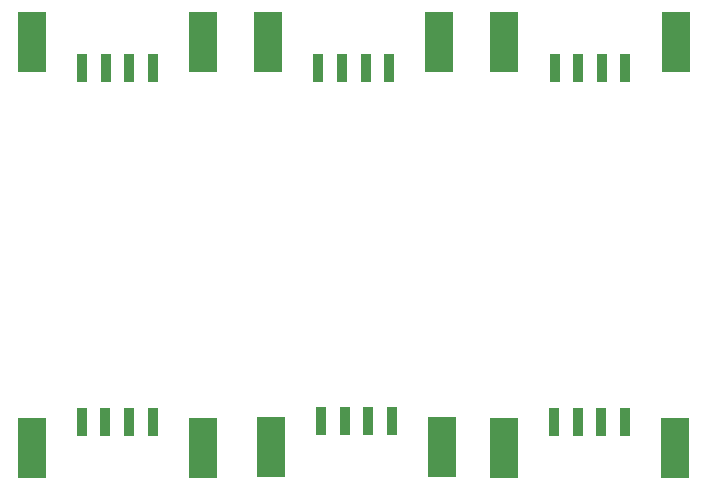
<source format=gbr>
%TF.GenerationSoftware,KiCad,Pcbnew,8.0.6*%
%TF.CreationDate,2025-05-08T15:46:12-04:00*%
%TF.ProjectId,5VConnectorBoard,3556436f-6e6e-4656-9374-6f72426f6172,rev?*%
%TF.SameCoordinates,Original*%
%TF.FileFunction,Paste,Top*%
%TF.FilePolarity,Positive*%
%FSLAX46Y46*%
G04 Gerber Fmt 4.6, Leading zero omitted, Abs format (unit mm)*
G04 Created by KiCad (PCBNEW 8.0.6) date 2025-05-08 15:46:12*
%MOMM*%
%LPD*%
G01*
G04 APERTURE LIST*
%ADD10R,0.889000X2.489200*%
%ADD11R,2.489200X5.156200*%
G04 APERTURE END LIST*
D10*
%TO.C,U5*%
X131250003Y-107186407D03*
X133250002Y-107186407D03*
X135250003Y-107186407D03*
X137250001Y-107186407D03*
D11*
X127000004Y-109379799D03*
X141500000Y-109379799D03*
%TD*%
D10*
%TO.C,U1*%
X117017399Y-77270101D03*
X115017400Y-77270101D03*
X113017399Y-77270101D03*
X111017401Y-77270101D03*
D11*
X121267398Y-75076709D03*
X106767402Y-75076709D03*
%TD*%
D10*
%TO.C,U3*%
X157017399Y-77270101D03*
X155017400Y-77270101D03*
X153017399Y-77270101D03*
X151017401Y-77270101D03*
D11*
X161267398Y-75076709D03*
X146767402Y-75076709D03*
%TD*%
D10*
%TO.C,U6*%
X150982601Y-107229900D03*
X152982600Y-107229900D03*
X154982601Y-107229900D03*
X156982599Y-107229900D03*
D11*
X146732602Y-109423292D03*
X161232598Y-109423292D03*
%TD*%
D10*
%TO.C,U4*%
X110982601Y-107229900D03*
X112982600Y-107229900D03*
X114982601Y-107229900D03*
X116982599Y-107229900D03*
D11*
X106732602Y-109423292D03*
X121232598Y-109423292D03*
%TD*%
D10*
%TO.C,U2*%
X137017399Y-77270101D03*
X135017400Y-77270101D03*
X133017399Y-77270101D03*
X131017401Y-77270101D03*
D11*
X141267398Y-75076709D03*
X126767402Y-75076709D03*
%TD*%
M02*

</source>
